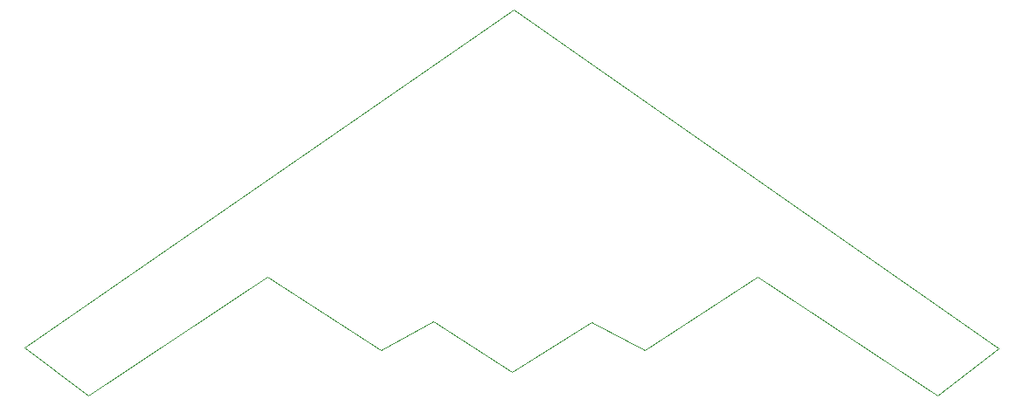
<source format=gbr>
G04 #@! TF.GenerationSoftware,KiCad,Pcbnew,(6.99.0-2452-gdb4f2d9dd8)*
G04 #@! TF.CreationDate,2022-07-21T17:42:47-08:00*
G04 #@! TF.ProjectId,B2,42322e6b-6963-4616-945f-706362585858,rev?*
G04 #@! TF.SameCoordinates,Original*
G04 #@! TF.FileFunction,Profile,NP*
%FSLAX46Y46*%
G04 Gerber Fmt 4.6, Leading zero omitted, Abs format (unit mm)*
G04 Created by KiCad (PCBNEW (6.99.0-2452-gdb4f2d9dd8)) date 2022-07-21 17:42:47*
%MOMM*%
%LPD*%
G01*
G04 APERTURE LIST*
G04 #@! TA.AperFunction,Profile*
%ADD10C,0.100000*%
G04 #@! TD*
G04 APERTURE END LIST*
D10*
X197490000Y-108400000D02*
X191550000Y-113020000D01*
X174080000Y-101510000D01*
X163150000Y-108630000D01*
X158000000Y-105900000D01*
X150300000Y-110700000D01*
X142700000Y-105800000D01*
X137600000Y-108600000D01*
X126600000Y-101500000D01*
X109200000Y-113000000D01*
X103100000Y-108300000D01*
X150440000Y-75610000D01*
X197490000Y-108400000D01*
M02*

</source>
